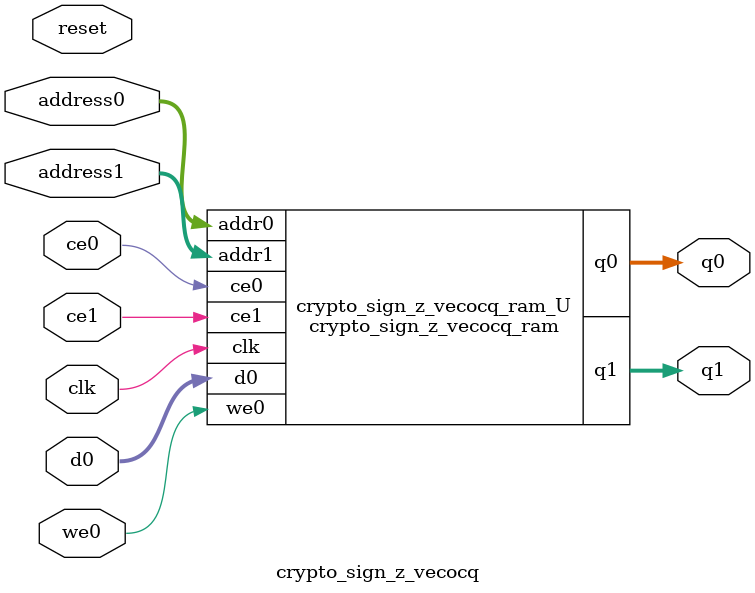
<source format=v>
`timescale 1 ns / 1 ps
module crypto_sign_z_vecocq_ram (addr0, ce0, d0, we0, q0, addr1, ce1, q1,  clk);

parameter DWIDTH = 32;
parameter AWIDTH = 10;
parameter MEM_SIZE = 1024;

input[AWIDTH-1:0] addr0;
input ce0;
input[DWIDTH-1:0] d0;
input we0;
output reg[DWIDTH-1:0] q0;
input[AWIDTH-1:0] addr1;
input ce1;
output reg[DWIDTH-1:0] q1;
input clk;

(* ram_style = "block" *)reg [DWIDTH-1:0] ram[0:MEM_SIZE-1];




always @(posedge clk)  
begin 
    if (ce0) begin
        if (we0) 
            ram[addr0] <= d0; 
        q0 <= ram[addr0];
    end
end


always @(posedge clk)  
begin 
    if (ce1) begin
        q1 <= ram[addr1];
    end
end


endmodule

`timescale 1 ns / 1 ps
module crypto_sign_z_vecocq(
    reset,
    clk,
    address0,
    ce0,
    we0,
    d0,
    q0,
    address1,
    ce1,
    q1);

parameter DataWidth = 32'd32;
parameter AddressRange = 32'd1024;
parameter AddressWidth = 32'd10;
input reset;
input clk;
input[AddressWidth - 1:0] address0;
input ce0;
input we0;
input[DataWidth - 1:0] d0;
output[DataWidth - 1:0] q0;
input[AddressWidth - 1:0] address1;
input ce1;
output[DataWidth - 1:0] q1;



crypto_sign_z_vecocq_ram crypto_sign_z_vecocq_ram_U(
    .clk( clk ),
    .addr0( address0 ),
    .ce0( ce0 ),
    .we0( we0 ),
    .d0( d0 ),
    .q0( q0 ),
    .addr1( address1 ),
    .ce1( ce1 ),
    .q1( q1 ));

endmodule


</source>
